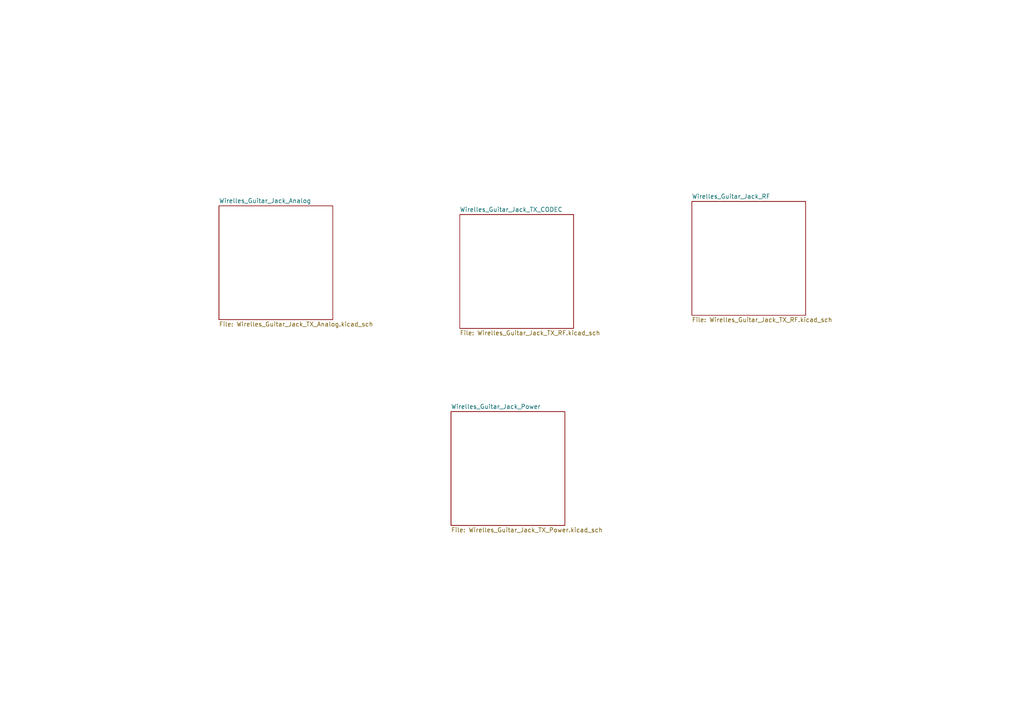
<source format=kicad_sch>
(kicad_sch
	(version 20231120)
	(generator "eeschema")
	(generator_version "8.0")
	(uuid "f47bccba-dc68-4fed-be58-6927f0af5915")
	(paper "A4")
	(lib_symbols)
	(sheet
		(at 133.35 62.23)
		(size 33.02 33.02)
		(fields_autoplaced yes)
		(stroke
			(width 0.1524)
			(type solid)
		)
		(fill
			(color 0 0 0 0.0000)
		)
		(uuid "048eeb90-931f-4752-8fa2-475c8baf388d")
		(property "Sheetname" "Wirelles_Guitar_Jack_TX_CODEC"
			(at 133.35 61.5184 0)
			(effects
				(font
					(size 1.27 1.27)
				)
				(justify left bottom)
			)
		)
		(property "Sheetfile" "Wirelles_Guitar_Jack_TX_RF.kicad_sch"
			(at 133.35 95.8346 0)
			(effects
				(font
					(size 1.27 1.27)
				)
				(justify left top)
			)
		)
		(instances
			(project "Wirelles_Guitar_Jack_TX"
				(path "/f47bccba-dc68-4fed-be58-6927f0af5915"
					(page "5")
				)
			)
		)
	)
	(sheet
		(at 63.5 59.69)
		(size 33.02 33.02)
		(fields_autoplaced yes)
		(stroke
			(width 0.1524)
			(type solid)
		)
		(fill
			(color 0 0 0 0.0000)
		)
		(uuid "38c2aec0-d3c7-48e1-8c10-51fd48516b43")
		(property "Sheetname" "Wirelles_Guitar_Jack_Analog"
			(at 63.5 58.9784 0)
			(effects
				(font
					(size 1.27 1.27)
				)
				(justify left bottom)
			)
		)
		(property "Sheetfile" "Wirelles_Guitar_Jack_TX_Analog.kicad_sch"
			(at 63.5 93.2946 0)
			(effects
				(font
					(size 1.27 1.27)
				)
				(justify left top)
			)
		)
		(instances
			(project "Wirelles_Guitar_Jack_TX"
				(path "/f47bccba-dc68-4fed-be58-6927f0af5915"
					(page "2")
				)
			)
		)
	)
	(sheet
		(at 130.81 119.38)
		(size 33.02 33.02)
		(fields_autoplaced yes)
		(stroke
			(width 0.1524)
			(type solid)
		)
		(fill
			(color 0 0 0 0.0000)
		)
		(uuid "7d9cce55-002e-41a8-b226-376052f207f4")
		(property "Sheetname" "Wirelles_Guitar_Jack_Power"
			(at 130.81 118.6684 0)
			(effects
				(font
					(size 1.27 1.27)
				)
				(justify left bottom)
			)
		)
		(property "Sheetfile" "Wirelles_Guitar_Jack_TX_Power.kicad_sch"
			(at 130.81 152.9846 0)
			(effects
				(font
					(size 1.27 1.27)
				)
				(justify left top)
			)
		)
		(instances
			(project "Wirelles_Guitar_Jack_TX"
				(path "/f47bccba-dc68-4fed-be58-6927f0af5915"
					(page "4")
				)
			)
		)
	)
	(sheet
		(at 200.66 58.42)
		(size 33.02 33.02)
		(fields_autoplaced yes)
		(stroke
			(width 0.1524)
			(type solid)
		)
		(fill
			(color 0 0 0 0.0000)
		)
		(uuid "d2ee3dce-d7dd-4a02-9459-9aaabda3fd34")
		(property "Sheetname" "Wirelles_Guitar_Jack_RF"
			(at 200.66 57.7084 0)
			(effects
				(font
					(size 1.27 1.27)
				)
				(justify left bottom)
			)
		)
		(property "Sheetfile" "Wirelles_Guitar_Jack_TX_RF.kicad_sch"
			(at 200.66 92.0246 0)
			(effects
				(font
					(size 1.27 1.27)
				)
				(justify left top)
			)
		)
		(instances
			(project "Wirelles_Guitar_Jack_TX"
				(path "/f47bccba-dc68-4fed-be58-6927f0af5915"
					(page "3")
				)
			)
		)
	)
	(sheet_instances
		(path "/"
			(page "1")
		)
	)
)

</source>
